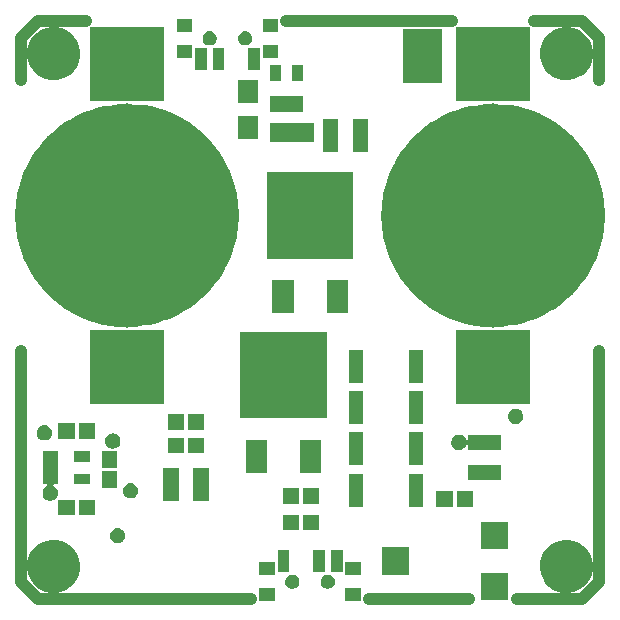
<source format=gts>
G04 #@! TF.FileFunction,Soldermask,Top*
%FSLAX45Y45*%
G04 Gerber Fmt 4.5, Leading zero omitted, Abs format (unit mm)*
G04 Created by KiCad (PCBNEW (2015-08-30 BZR 6134, Git 4e94d52)-product) date 2015-09-02 06:32:25*
%MOMM*%
G01*
G04 APERTURE LIST*
%ADD10C,0.100000*%
%ADD11C,1.000000*%
%ADD12C,9.500000*%
G04 APERTURE END LIST*
D10*
D11*
X10200000Y-10050000D02*
X10600000Y-10050000D01*
X10050000Y-10200000D02*
X10200000Y-10050000D01*
X10050000Y-10550000D02*
X10050000Y-10200000D01*
X10050000Y-14800000D02*
X10050000Y-12850000D01*
X10200000Y-14950000D02*
X10050000Y-14800000D01*
X12000000Y-14950000D02*
X10200000Y-14950000D01*
X13850000Y-14950000D02*
X13000000Y-14950000D01*
X14800000Y-14950000D02*
X14250000Y-14950000D01*
X14950000Y-14800000D02*
X14800000Y-14950000D01*
X14950000Y-12850000D02*
X14950000Y-14800000D01*
X14950000Y-10200000D02*
X14950000Y-10550000D01*
X14800000Y-10050000D02*
X14950000Y-10200000D01*
X14400000Y-10050000D02*
X14800000Y-10050000D01*
X12300000Y-10050000D02*
X13700000Y-10050000D01*
D12*
X14525000Y-11700000D02*
G75*
G03X14525000Y-11700000I-475000J0D01*
G01*
X11425000Y-11700000D02*
G75*
G03X11425000Y-11700000I-475000J0D01*
G01*
D10*
G36*
X12930000Y-14965000D02*
X12800000Y-14965000D01*
X12800000Y-14855000D01*
X12930000Y-14855000D01*
X12930000Y-14965000D01*
X12930000Y-14965000D01*
G37*
G36*
X12200000Y-14965000D02*
X12070000Y-14965000D01*
X12070000Y-14855000D01*
X12200000Y-14855000D01*
X12200000Y-14965000D01*
X12200000Y-14965000D01*
G37*
G36*
X14175000Y-14955000D02*
X13945000Y-14955000D01*
X13945000Y-14725000D01*
X14175000Y-14725000D01*
X14175000Y-14955000D01*
X14175000Y-14955000D01*
G37*
G36*
X10353633Y-14445149D02*
X10396856Y-14454022D01*
X10437534Y-14471121D01*
X10474115Y-14495795D01*
X10505207Y-14527105D01*
X10529625Y-14563857D01*
X10546439Y-14604653D01*
X10555000Y-14647886D01*
X10555000Y-14647887D01*
X10555010Y-14647938D01*
X10554306Y-14698336D01*
X10554295Y-14698386D01*
X10554295Y-14698388D01*
X10544531Y-14741365D01*
X10526583Y-14781675D01*
X10501148Y-14817731D01*
X10469195Y-14848160D01*
X10431938Y-14871804D01*
X10390800Y-14887760D01*
X10347345Y-14895423D01*
X10303230Y-14894499D01*
X10260135Y-14885023D01*
X10219700Y-14867358D01*
X10183467Y-14842175D01*
X10152816Y-14810435D01*
X10128913Y-14773344D01*
X10112669Y-14732319D01*
X10104704Y-14688919D01*
X10105320Y-14644798D01*
X10114494Y-14601637D01*
X10131877Y-14561081D01*
X10156806Y-14524673D01*
X10188332Y-14493800D01*
X10225254Y-14469639D01*
X10266166Y-14453110D01*
X10309509Y-14444841D01*
X10353633Y-14445149D01*
X10353633Y-14445149D01*
G37*
G36*
X14693633Y-14445149D02*
X14736856Y-14454022D01*
X14777534Y-14471121D01*
X14814115Y-14495795D01*
X14845206Y-14527105D01*
X14869625Y-14563857D01*
X14886439Y-14604653D01*
X14895000Y-14647886D01*
X14895000Y-14647887D01*
X14895010Y-14647938D01*
X14894306Y-14698336D01*
X14894294Y-14698386D01*
X14894294Y-14698388D01*
X14884530Y-14741365D01*
X14866583Y-14781675D01*
X14841148Y-14817731D01*
X14809194Y-14848160D01*
X14771938Y-14871804D01*
X14730800Y-14887760D01*
X14687345Y-14895423D01*
X14643230Y-14894499D01*
X14600135Y-14885023D01*
X14559700Y-14867358D01*
X14523467Y-14842175D01*
X14492816Y-14810435D01*
X14468912Y-14773344D01*
X14452669Y-14732319D01*
X14444704Y-14688919D01*
X14445320Y-14644798D01*
X14454494Y-14601637D01*
X14471877Y-14561081D01*
X14496806Y-14524673D01*
X14528332Y-14493800D01*
X14565254Y-14469639D01*
X14606165Y-14453110D01*
X14649509Y-14444841D01*
X14693633Y-14445149D01*
X14693633Y-14445149D01*
G37*
G36*
X12356302Y-14740040D02*
X12367828Y-14742406D01*
X12378676Y-14746965D01*
X12388431Y-14753545D01*
X12396722Y-14761894D01*
X12403233Y-14771695D01*
X12407717Y-14782574D01*
X12409993Y-14794065D01*
X12409993Y-14794066D01*
X12410003Y-14794117D01*
X12409815Y-14807556D01*
X12409803Y-14807606D01*
X12409803Y-14807608D01*
X12407208Y-14819031D01*
X12402422Y-14829780D01*
X12395640Y-14839395D01*
X12387118Y-14847510D01*
X12377184Y-14853815D01*
X12366214Y-14858069D01*
X12354625Y-14860113D01*
X12342861Y-14859866D01*
X12331369Y-14857340D01*
X12320586Y-14852629D01*
X12310925Y-14845914D01*
X12302750Y-14837449D01*
X12296376Y-14827559D01*
X12292045Y-14816619D01*
X12289921Y-14805045D01*
X12290085Y-14793279D01*
X12292531Y-14781770D01*
X12297167Y-14770955D01*
X12303815Y-14761246D01*
X12312222Y-14753013D01*
X12322068Y-14746570D01*
X12332978Y-14742162D01*
X12344535Y-14739957D01*
X12356302Y-14740040D01*
X12356302Y-14740040D01*
G37*
G36*
X12656302Y-14740040D02*
X12667828Y-14742406D01*
X12678676Y-14746965D01*
X12688431Y-14753545D01*
X12696722Y-14761894D01*
X12703233Y-14771695D01*
X12707717Y-14782574D01*
X12709993Y-14794065D01*
X12709993Y-14794066D01*
X12710003Y-14794117D01*
X12709815Y-14807556D01*
X12709803Y-14807606D01*
X12709803Y-14807608D01*
X12707208Y-14819031D01*
X12702422Y-14829780D01*
X12695640Y-14839395D01*
X12687118Y-14847510D01*
X12677184Y-14853815D01*
X12666214Y-14858069D01*
X12654625Y-14860113D01*
X12642861Y-14859866D01*
X12631369Y-14857340D01*
X12620586Y-14852629D01*
X12610925Y-14845914D01*
X12602750Y-14837449D01*
X12596376Y-14827559D01*
X12592045Y-14816619D01*
X12589921Y-14805045D01*
X12590085Y-14793279D01*
X12592531Y-14781770D01*
X12597167Y-14770955D01*
X12603815Y-14761246D01*
X12612222Y-14753013D01*
X12622068Y-14746570D01*
X12632978Y-14742162D01*
X12644535Y-14739957D01*
X12656302Y-14740040D01*
X12656302Y-14740040D01*
G37*
G36*
X12930000Y-14745000D02*
X12800000Y-14745000D01*
X12800000Y-14635000D01*
X12930000Y-14635000D01*
X12930000Y-14745000D01*
X12930000Y-14745000D01*
G37*
G36*
X12200000Y-14745000D02*
X12070000Y-14745000D01*
X12070000Y-14635000D01*
X12200000Y-14635000D01*
X12200000Y-14745000D01*
X12200000Y-14745000D01*
G37*
G36*
X13335000Y-14740000D02*
X13105000Y-14740000D01*
X13105000Y-14510000D01*
X13335000Y-14510000D01*
X13335000Y-14740000D01*
X13335000Y-14740000D01*
G37*
G36*
X12625000Y-14715000D02*
X12525000Y-14715000D01*
X12525000Y-14535000D01*
X12625000Y-14535000D01*
X12625000Y-14715000D01*
X12625000Y-14715000D01*
G37*
G36*
X12775000Y-14715000D02*
X12675000Y-14715000D01*
X12675000Y-14535000D01*
X12775000Y-14535000D01*
X12775000Y-14715000D01*
X12775000Y-14715000D01*
G37*
G36*
X12325000Y-14715000D02*
X12225000Y-14715000D01*
X12225000Y-14535000D01*
X12325000Y-14535000D01*
X12325000Y-14715000D01*
X12325000Y-14715000D01*
G37*
G36*
X14175000Y-14525000D02*
X13945000Y-14525000D01*
X13945000Y-14295000D01*
X14175000Y-14295000D01*
X14175000Y-14525000D01*
X14175000Y-14525000D01*
G37*
G36*
X10876827Y-14345043D02*
X10889314Y-14347606D01*
X10901065Y-14352546D01*
X10911633Y-14359674D01*
X10920616Y-14368719D01*
X10927670Y-14379336D01*
X10932527Y-14391122D01*
X10934993Y-14403574D01*
X10934993Y-14403576D01*
X10935003Y-14403626D01*
X10934800Y-14418186D01*
X10934788Y-14418237D01*
X10934788Y-14418238D01*
X10931976Y-14430616D01*
X10926791Y-14442261D01*
X10919443Y-14452678D01*
X10910212Y-14461469D01*
X10899449Y-14468299D01*
X10887565Y-14472909D01*
X10875011Y-14475122D01*
X10862266Y-14474855D01*
X10849817Y-14472118D01*
X10838135Y-14467015D01*
X10827668Y-14459740D01*
X10818813Y-14450570D01*
X10811908Y-14439855D01*
X10807215Y-14428003D01*
X10804914Y-14415465D01*
X10805092Y-14402719D01*
X10807743Y-14390251D01*
X10812764Y-14378534D01*
X10819966Y-14368017D01*
X10829074Y-14359097D01*
X10839740Y-14352118D01*
X10851559Y-14347343D01*
X10864081Y-14344954D01*
X10876827Y-14345043D01*
X10876827Y-14345043D01*
G37*
G36*
X12410000Y-14365000D02*
X12270000Y-14365000D01*
X12270000Y-14235000D01*
X12410000Y-14235000D01*
X12410000Y-14365000D01*
X12410000Y-14365000D01*
G37*
G36*
X12580000Y-14365000D02*
X12440000Y-14365000D01*
X12440000Y-14235000D01*
X12580000Y-14235000D01*
X12580000Y-14365000D01*
X12580000Y-14365000D01*
G37*
G36*
X10680000Y-14240000D02*
X10540000Y-14240000D01*
X10540000Y-14110000D01*
X10680000Y-14110000D01*
X10680000Y-14240000D01*
X10680000Y-14240000D01*
G37*
G36*
X10510000Y-14240000D02*
X10370000Y-14240000D01*
X10370000Y-14110000D01*
X10510000Y-14110000D01*
X10510000Y-14240000D01*
X10510000Y-14240000D01*
G37*
G36*
X13460000Y-14165000D02*
X13340000Y-14165000D01*
X13340000Y-13885000D01*
X13460000Y-13885000D01*
X13460000Y-14165000D01*
X13460000Y-14165000D01*
G37*
G36*
X12950000Y-14165000D02*
X12830000Y-14165000D01*
X12830000Y-13885000D01*
X12950000Y-13885000D01*
X12950000Y-14165000D01*
X12950000Y-14165000D01*
G37*
G36*
X13880000Y-14165000D02*
X13740000Y-14165000D01*
X13740000Y-14035000D01*
X13880000Y-14035000D01*
X13880000Y-14165000D01*
X13880000Y-14165000D01*
G37*
G36*
X13710000Y-14165000D02*
X13570000Y-14165000D01*
X13570000Y-14035000D01*
X13710000Y-14035000D01*
X13710000Y-14165000D01*
X13710000Y-14165000D01*
G37*
G36*
X12580000Y-14140000D02*
X12440000Y-14140000D01*
X12440000Y-14010000D01*
X12580000Y-14010000D01*
X12580000Y-14140000D01*
X12580000Y-14140000D01*
G37*
G36*
X12410000Y-14140000D02*
X12270000Y-14140000D01*
X12270000Y-14010000D01*
X12410000Y-14010000D01*
X12410000Y-14140000D01*
X12410000Y-14140000D01*
G37*
G36*
X10370000Y-13977500D02*
X10332468Y-13977500D01*
X10330379Y-13977797D01*
X10328455Y-13978664D01*
X10326849Y-13980033D01*
X10325688Y-13981795D01*
X10325063Y-13983811D01*
X10325025Y-13985921D01*
X10325577Y-13987959D01*
X10326674Y-13989761D01*
X10328230Y-13991187D01*
X10329562Y-13991914D01*
X10331065Y-13992546D01*
X10341633Y-13999674D01*
X10350616Y-14008719D01*
X10357670Y-14019336D01*
X10362527Y-14031122D01*
X10364993Y-14043574D01*
X10364993Y-14043576D01*
X10365003Y-14043626D01*
X10364800Y-14058186D01*
X10364788Y-14058237D01*
X10364788Y-14058238D01*
X10361976Y-14070616D01*
X10356791Y-14082261D01*
X10349443Y-14092678D01*
X10340212Y-14101469D01*
X10329449Y-14108299D01*
X10317565Y-14112909D01*
X10305011Y-14115122D01*
X10292266Y-14114855D01*
X10279817Y-14112118D01*
X10268135Y-14107015D01*
X10257668Y-14099740D01*
X10248813Y-14090570D01*
X10241908Y-14079855D01*
X10237215Y-14068003D01*
X10234914Y-14055465D01*
X10235092Y-14042719D01*
X10237743Y-14030251D01*
X10242764Y-14018534D01*
X10249966Y-14008017D01*
X10259074Y-13999097D01*
X10269740Y-13992118D01*
X10270146Y-13991954D01*
X10271972Y-13990896D01*
X10273431Y-13989371D01*
X10274407Y-13987500D01*
X10274824Y-13985431D01*
X10274647Y-13983328D01*
X10273892Y-13981357D01*
X10272618Y-13979675D01*
X10270925Y-13978414D01*
X10268948Y-13977675D01*
X10267336Y-13977500D01*
X10235000Y-13977500D01*
X10235000Y-13697500D01*
X10370000Y-13697500D01*
X10370000Y-13977500D01*
X10370000Y-13977500D01*
G37*
G36*
X11642000Y-14115000D02*
X11512000Y-14115000D01*
X11512000Y-13835000D01*
X11642000Y-13835000D01*
X11642000Y-14115000D01*
X11642000Y-14115000D01*
G37*
G36*
X11388000Y-14115000D02*
X11258000Y-14115000D01*
X11258000Y-13835000D01*
X11388000Y-13835000D01*
X11388000Y-14115000D01*
X11388000Y-14115000D01*
G37*
G36*
X10986827Y-13965043D02*
X10999314Y-13967606D01*
X11011065Y-13972546D01*
X11021633Y-13979674D01*
X11030616Y-13988719D01*
X11037670Y-13999336D01*
X11042527Y-14011122D01*
X11044993Y-14023574D01*
X11044993Y-14023576D01*
X11045003Y-14023626D01*
X11044800Y-14038186D01*
X11044788Y-14038237D01*
X11044788Y-14038238D01*
X11041976Y-14050616D01*
X11036791Y-14062261D01*
X11029443Y-14072678D01*
X11020212Y-14081469D01*
X11009449Y-14088299D01*
X10997565Y-14092909D01*
X10985011Y-14095122D01*
X10972266Y-14094855D01*
X10959817Y-14092118D01*
X10948135Y-14087015D01*
X10937668Y-14079740D01*
X10928813Y-14070570D01*
X10921908Y-14059855D01*
X10917215Y-14048003D01*
X10914914Y-14035465D01*
X10915092Y-14022719D01*
X10917743Y-14010251D01*
X10922764Y-13998534D01*
X10929966Y-13988017D01*
X10939074Y-13979097D01*
X10949740Y-13972118D01*
X10961559Y-13967343D01*
X10974081Y-13964954D01*
X10986827Y-13965043D01*
X10986827Y-13965043D01*
G37*
G36*
X10865000Y-14005000D02*
X10735000Y-14005000D01*
X10735000Y-13865000D01*
X10865000Y-13865000D01*
X10865000Y-14005000D01*
X10865000Y-14005000D01*
G37*
G36*
X10640000Y-13977500D02*
X10505000Y-13977500D01*
X10505000Y-13887500D01*
X10640000Y-13887500D01*
X10640000Y-13977500D01*
X10640000Y-13977500D01*
G37*
G36*
X14115000Y-13942000D02*
X13835000Y-13942000D01*
X13835000Y-13812000D01*
X14115000Y-13812000D01*
X14115000Y-13942000D01*
X14115000Y-13942000D01*
G37*
G36*
X12595000Y-13880000D02*
X12415000Y-13880000D01*
X12415000Y-13600000D01*
X12595000Y-13600000D01*
X12595000Y-13880000D01*
X12595000Y-13880000D01*
G37*
G36*
X12135000Y-13880000D02*
X11955000Y-13880000D01*
X11955000Y-13600000D01*
X12135000Y-13600000D01*
X12135000Y-13880000D01*
X12135000Y-13880000D01*
G37*
G36*
X10865000Y-13835000D02*
X10735000Y-13835000D01*
X10735000Y-13695000D01*
X10865000Y-13695000D01*
X10865000Y-13835000D01*
X10865000Y-13835000D01*
G37*
G36*
X12950000Y-13815000D02*
X12830000Y-13815000D01*
X12830000Y-13535000D01*
X12950000Y-13535000D01*
X12950000Y-13815000D01*
X12950000Y-13815000D01*
G37*
G36*
X13460000Y-13815000D02*
X13340000Y-13815000D01*
X13340000Y-13535000D01*
X13460000Y-13535000D01*
X13460000Y-13815000D01*
X13460000Y-13815000D01*
G37*
G36*
X10640000Y-13787500D02*
X10505000Y-13787500D01*
X10505000Y-13697500D01*
X10640000Y-13697500D01*
X10640000Y-13787500D01*
X10640000Y-13787500D01*
G37*
G36*
X11435000Y-13715000D02*
X11295000Y-13715000D01*
X11295000Y-13585000D01*
X11435000Y-13585000D01*
X11435000Y-13715000D01*
X11435000Y-13715000D01*
G37*
G36*
X11605000Y-13715000D02*
X11465000Y-13715000D01*
X11465000Y-13585000D01*
X11605000Y-13585000D01*
X11605000Y-13715000D01*
X11605000Y-13715000D01*
G37*
G36*
X13766827Y-13555043D02*
X13779314Y-13557606D01*
X13791065Y-13562546D01*
X13801633Y-13569674D01*
X13810616Y-13578719D01*
X13817669Y-13589336D01*
X13820566Y-13596364D01*
X13821637Y-13598182D01*
X13823172Y-13599631D01*
X13825049Y-13600594D01*
X13827121Y-13600996D01*
X13829223Y-13600805D01*
X13831188Y-13600036D01*
X13832862Y-13598750D01*
X13834110Y-13597049D01*
X13834836Y-13595067D01*
X13835000Y-13593506D01*
X13835000Y-13558000D01*
X14115000Y-13558000D01*
X14115000Y-13688000D01*
X13835000Y-13688000D01*
X13835000Y-13646648D01*
X13834703Y-13644559D01*
X13833836Y-13642635D01*
X13832467Y-13641028D01*
X13830705Y-13639867D01*
X13828689Y-13639243D01*
X13826578Y-13639205D01*
X13824541Y-13639756D01*
X13822738Y-13640853D01*
X13821313Y-13642409D01*
X13820648Y-13643598D01*
X13816791Y-13652262D01*
X13809443Y-13662678D01*
X13800212Y-13671469D01*
X13789449Y-13678299D01*
X13777565Y-13682909D01*
X13765011Y-13685122D01*
X13752266Y-13684855D01*
X13739817Y-13682118D01*
X13728135Y-13677015D01*
X13717668Y-13669740D01*
X13708813Y-13660570D01*
X13701908Y-13649855D01*
X13697215Y-13638003D01*
X13694914Y-13625465D01*
X13695092Y-13612719D01*
X13697742Y-13600251D01*
X13702764Y-13588534D01*
X13709966Y-13578017D01*
X13719074Y-13569097D01*
X13729739Y-13562118D01*
X13741559Y-13557343D01*
X13754081Y-13554954D01*
X13766827Y-13555043D01*
X13766827Y-13555043D01*
G37*
G36*
X10836827Y-13545043D02*
X10849314Y-13547606D01*
X10861065Y-13552546D01*
X10871633Y-13559674D01*
X10880616Y-13568719D01*
X10887670Y-13579336D01*
X10892527Y-13591122D01*
X10894993Y-13603574D01*
X10894993Y-13603576D01*
X10895003Y-13603626D01*
X10894800Y-13618186D01*
X10894788Y-13618237D01*
X10894788Y-13618238D01*
X10891976Y-13630616D01*
X10886791Y-13642261D01*
X10879443Y-13652678D01*
X10870212Y-13661469D01*
X10859449Y-13668299D01*
X10847565Y-13672909D01*
X10835011Y-13675122D01*
X10822266Y-13674855D01*
X10809817Y-13672118D01*
X10798135Y-13667015D01*
X10787668Y-13659740D01*
X10778813Y-13650570D01*
X10771908Y-13639855D01*
X10767215Y-13628003D01*
X10764914Y-13615465D01*
X10765092Y-13602719D01*
X10767743Y-13590251D01*
X10772764Y-13578534D01*
X10779966Y-13568017D01*
X10789074Y-13559097D01*
X10799740Y-13552118D01*
X10811559Y-13547343D01*
X10824081Y-13544954D01*
X10836827Y-13545043D01*
X10836827Y-13545043D01*
G37*
G36*
X10256827Y-13475043D02*
X10269314Y-13477606D01*
X10281065Y-13482546D01*
X10291633Y-13489674D01*
X10300616Y-13498719D01*
X10307670Y-13509336D01*
X10312527Y-13521122D01*
X10314993Y-13533574D01*
X10314993Y-13533576D01*
X10315003Y-13533626D01*
X10314800Y-13548186D01*
X10314788Y-13548237D01*
X10314788Y-13548238D01*
X10311976Y-13560616D01*
X10306791Y-13572261D01*
X10299443Y-13582678D01*
X10290212Y-13591469D01*
X10279449Y-13598299D01*
X10267565Y-13602909D01*
X10255011Y-13605122D01*
X10242266Y-13604855D01*
X10229817Y-13602118D01*
X10218135Y-13597015D01*
X10207668Y-13589740D01*
X10198813Y-13580570D01*
X10191908Y-13569855D01*
X10187215Y-13558003D01*
X10184914Y-13545465D01*
X10185092Y-13532719D01*
X10187743Y-13520251D01*
X10192764Y-13508534D01*
X10199966Y-13498017D01*
X10209074Y-13489097D01*
X10219740Y-13482118D01*
X10231559Y-13477343D01*
X10244081Y-13474954D01*
X10256827Y-13475043D01*
X10256827Y-13475043D01*
G37*
G36*
X10510000Y-13590000D02*
X10370000Y-13590000D01*
X10370000Y-13460000D01*
X10510000Y-13460000D01*
X10510000Y-13590000D01*
X10510000Y-13590000D01*
G37*
G36*
X10680000Y-13590000D02*
X10540000Y-13590000D01*
X10540000Y-13460000D01*
X10680000Y-13460000D01*
X10680000Y-13590000D01*
X10680000Y-13590000D01*
G37*
G36*
X11605000Y-13515000D02*
X11465000Y-13515000D01*
X11465000Y-13385000D01*
X11605000Y-13385000D01*
X11605000Y-13515000D01*
X11605000Y-13515000D01*
G37*
G36*
X11435000Y-13515000D02*
X11295000Y-13515000D01*
X11295000Y-13385000D01*
X11435000Y-13385000D01*
X11435000Y-13515000D01*
X11435000Y-13515000D01*
G37*
G36*
X14246827Y-13335043D02*
X14259314Y-13337606D01*
X14271065Y-13342546D01*
X14281633Y-13349674D01*
X14290616Y-13358719D01*
X14297669Y-13369336D01*
X14302527Y-13381122D01*
X14304993Y-13393574D01*
X14304993Y-13393576D01*
X14305003Y-13393626D01*
X14304799Y-13408186D01*
X14304788Y-13408237D01*
X14304788Y-13408238D01*
X14301976Y-13420616D01*
X14296791Y-13432261D01*
X14289443Y-13442678D01*
X14280212Y-13451469D01*
X14269449Y-13458299D01*
X14257565Y-13462909D01*
X14245011Y-13465122D01*
X14232266Y-13464855D01*
X14219817Y-13462118D01*
X14208135Y-13457015D01*
X14197668Y-13449740D01*
X14188813Y-13440570D01*
X14181908Y-13429855D01*
X14177215Y-13418003D01*
X14174914Y-13405465D01*
X14175092Y-13392719D01*
X14177742Y-13380251D01*
X14182764Y-13368534D01*
X14189966Y-13358017D01*
X14199074Y-13349097D01*
X14209739Y-13342118D01*
X14221559Y-13337343D01*
X14234081Y-13334954D01*
X14246827Y-13335043D01*
X14246827Y-13335043D01*
G37*
G36*
X13460000Y-13465000D02*
X13340000Y-13465000D01*
X13340000Y-13185000D01*
X13460000Y-13185000D01*
X13460000Y-13465000D01*
X13460000Y-13465000D01*
G37*
G36*
X12950000Y-13465000D02*
X12830000Y-13465000D01*
X12830000Y-13185000D01*
X12950000Y-13185000D01*
X12950000Y-13465000D01*
X12950000Y-13465000D01*
G37*
G36*
X12640000Y-13415000D02*
X11910000Y-13415000D01*
X11910000Y-12685000D01*
X12640000Y-12685000D01*
X12640000Y-13415000D01*
X12640000Y-13415000D01*
G37*
G36*
X11265000Y-13297000D02*
X10635000Y-13297000D01*
X10635000Y-12667000D01*
X11265000Y-12667000D01*
X11265000Y-13297000D01*
X11265000Y-13297000D01*
G37*
G36*
X14365000Y-13297000D02*
X13735000Y-13297000D01*
X13735000Y-12667000D01*
X14365000Y-12667000D01*
X14365000Y-13297000D01*
X14365000Y-13297000D01*
G37*
G36*
X13460000Y-13115000D02*
X13340000Y-13115000D01*
X13340000Y-12835000D01*
X13460000Y-12835000D01*
X13460000Y-13115000D01*
X13460000Y-13115000D01*
G37*
G36*
X12950000Y-13115000D02*
X12830000Y-13115000D01*
X12830000Y-12835000D01*
X12950000Y-12835000D01*
X12950000Y-13115000D01*
X12950000Y-13115000D01*
G37*
G36*
X12820000Y-12530000D02*
X12640000Y-12530000D01*
X12640000Y-12250000D01*
X12820000Y-12250000D01*
X12820000Y-12530000D01*
X12820000Y-12530000D01*
G37*
G36*
X12360000Y-12530000D02*
X12180000Y-12530000D01*
X12180000Y-12250000D01*
X12360000Y-12250000D01*
X12360000Y-12530000D01*
X12360000Y-12530000D01*
G37*
G36*
X10988338Y-11335243D02*
X11058456Y-11349636D01*
X11124443Y-11377374D01*
X11183786Y-11417401D01*
X11234224Y-11468193D01*
X11273835Y-11527813D01*
X11301113Y-11593993D01*
X11315006Y-11664158D01*
X11315006Y-11664159D01*
X11315016Y-11664210D01*
X11313874Y-11745968D01*
X11313863Y-11746018D01*
X11313863Y-11746020D01*
X11298016Y-11815769D01*
X11268901Y-11881161D01*
X11227640Y-11939653D01*
X11175804Y-11989016D01*
X11115366Y-12027371D01*
X11048631Y-12053256D01*
X10978138Y-12065685D01*
X10906573Y-12064186D01*
X10836663Y-12048816D01*
X10771070Y-12020159D01*
X10712291Y-11979306D01*
X10662568Y-11927816D01*
X10623792Y-11867648D01*
X10597442Y-11801095D01*
X10584520Y-11730690D01*
X10585519Y-11659117D01*
X10600402Y-11589101D01*
X10628600Y-11523309D01*
X10669041Y-11464247D01*
X10720183Y-11414165D01*
X10780078Y-11374970D01*
X10846447Y-11348156D01*
X10916759Y-11334743D01*
X10988338Y-11335243D01*
X10988338Y-11335243D01*
G37*
G36*
X14088337Y-11335243D02*
X14158455Y-11349636D01*
X14224443Y-11377374D01*
X14283785Y-11417401D01*
X14334224Y-11468193D01*
X14373835Y-11527813D01*
X14401113Y-11593993D01*
X14415006Y-11664158D01*
X14415006Y-11664159D01*
X14415016Y-11664210D01*
X14413874Y-11745968D01*
X14413863Y-11746018D01*
X14413863Y-11746020D01*
X14398016Y-11815769D01*
X14368901Y-11881161D01*
X14327640Y-11939653D01*
X14275804Y-11989016D01*
X14215366Y-12027371D01*
X14148631Y-12053256D01*
X14078138Y-12065685D01*
X14006573Y-12064186D01*
X13936663Y-12048816D01*
X13871070Y-12020159D01*
X13812291Y-11979306D01*
X13762568Y-11927816D01*
X13723792Y-11867648D01*
X13697441Y-11801095D01*
X13684520Y-11730690D01*
X13685519Y-11659117D01*
X13700402Y-11589101D01*
X13728600Y-11523309D01*
X13769041Y-11464247D01*
X13820183Y-11414165D01*
X13880078Y-11374970D01*
X13946447Y-11348156D01*
X14016759Y-11334743D01*
X14088337Y-11335243D01*
X14088337Y-11335243D01*
G37*
G36*
X12865000Y-12065000D02*
X12135000Y-12065000D01*
X12135000Y-11335000D01*
X12865000Y-11335000D01*
X12865000Y-12065000D01*
X12865000Y-12065000D01*
G37*
G36*
X12992000Y-11165000D02*
X12862000Y-11165000D01*
X12862000Y-10885000D01*
X12992000Y-10885000D01*
X12992000Y-11165000D01*
X12992000Y-11165000D01*
G37*
G36*
X12738000Y-11165000D02*
X12608000Y-11165000D01*
X12608000Y-10885000D01*
X12738000Y-10885000D01*
X12738000Y-11165000D01*
X12738000Y-11165000D01*
G37*
G36*
X12535000Y-11080000D02*
X12165000Y-11080000D01*
X12165000Y-10920000D01*
X12535000Y-10920000D01*
X12535000Y-11080000D01*
X12535000Y-11080000D01*
G37*
G36*
X12060000Y-11050000D02*
X11890000Y-11050000D01*
X11890000Y-10855000D01*
X12060000Y-10855000D01*
X12060000Y-11050000D01*
X12060000Y-11050000D01*
G37*
G36*
X12440000Y-10827500D02*
X12160000Y-10827500D01*
X12160000Y-10692500D01*
X12440000Y-10692500D01*
X12440000Y-10827500D01*
X12440000Y-10827500D01*
G37*
G36*
X12060000Y-10745000D02*
X11890000Y-10745000D01*
X11890000Y-10550000D01*
X12060000Y-10550000D01*
X12060000Y-10745000D01*
X12060000Y-10745000D01*
G37*
G36*
X14365000Y-10733000D02*
X13735000Y-10733000D01*
X13735000Y-10103000D01*
X14365000Y-10103000D01*
X14365000Y-10733000D01*
X14365000Y-10733000D01*
G37*
G36*
X11265000Y-10733000D02*
X10635000Y-10733000D01*
X10635000Y-10103000D01*
X11265000Y-10103000D01*
X11265000Y-10733000D01*
X11265000Y-10733000D01*
G37*
G36*
X13615000Y-10580000D02*
X13285000Y-10580000D01*
X13285000Y-10120000D01*
X13615000Y-10120000D01*
X13615000Y-10580000D01*
X13615000Y-10580000D01*
G37*
G36*
X12440000Y-10557500D02*
X12350000Y-10557500D01*
X12350000Y-10422500D01*
X12440000Y-10422500D01*
X12440000Y-10557500D01*
X12440000Y-10557500D01*
G37*
G36*
X12250000Y-10557500D02*
X12160000Y-10557500D01*
X12160000Y-10422500D01*
X12250000Y-10422500D01*
X12250000Y-10557500D01*
X12250000Y-10557500D01*
G37*
G36*
X10353633Y-10105150D02*
X10396856Y-10114022D01*
X10437534Y-10131121D01*
X10474115Y-10155795D01*
X10505207Y-10187105D01*
X10529625Y-10223858D01*
X10546439Y-10264653D01*
X10555000Y-10307886D01*
X10555000Y-10307887D01*
X10555010Y-10307938D01*
X10554306Y-10358336D01*
X10554295Y-10358387D01*
X10554295Y-10358388D01*
X10544531Y-10401365D01*
X10526583Y-10441675D01*
X10501148Y-10477731D01*
X10469195Y-10508160D01*
X10431938Y-10531804D01*
X10390800Y-10547761D01*
X10347345Y-10555423D01*
X10303230Y-10554499D01*
X10260135Y-10545024D01*
X10219700Y-10527358D01*
X10183467Y-10502176D01*
X10152816Y-10470435D01*
X10128913Y-10433345D01*
X10112669Y-10392319D01*
X10104704Y-10348919D01*
X10105320Y-10304798D01*
X10114494Y-10261638D01*
X10131877Y-10221081D01*
X10156806Y-10184673D01*
X10188332Y-10153800D01*
X10225254Y-10129639D01*
X10266166Y-10113110D01*
X10309509Y-10104841D01*
X10353633Y-10105150D01*
X10353633Y-10105150D01*
G37*
G36*
X14693633Y-10105150D02*
X14736856Y-10114022D01*
X14777534Y-10131121D01*
X14814115Y-10155795D01*
X14845206Y-10187105D01*
X14869625Y-10223858D01*
X14886439Y-10264653D01*
X14895000Y-10307886D01*
X14895000Y-10307887D01*
X14895010Y-10307938D01*
X14894306Y-10358336D01*
X14894294Y-10358387D01*
X14894294Y-10358388D01*
X14884530Y-10401365D01*
X14866583Y-10441675D01*
X14841148Y-10477731D01*
X14809194Y-10508160D01*
X14771938Y-10531804D01*
X14730800Y-10547761D01*
X14687345Y-10555423D01*
X14643230Y-10554499D01*
X14600135Y-10545024D01*
X14559700Y-10527358D01*
X14523467Y-10502176D01*
X14492816Y-10470435D01*
X14468912Y-10433345D01*
X14452669Y-10392319D01*
X14444704Y-10348919D01*
X14445320Y-10304798D01*
X14454494Y-10261638D01*
X14471877Y-10221081D01*
X14496806Y-10184673D01*
X14528332Y-10153800D01*
X14565254Y-10129639D01*
X14606165Y-10113110D01*
X14649509Y-10104841D01*
X14693633Y-10105150D01*
X14693633Y-10105150D01*
G37*
G36*
X12075000Y-10465000D02*
X11975000Y-10465000D01*
X11975000Y-10285000D01*
X12075000Y-10285000D01*
X12075000Y-10465000D01*
X12075000Y-10465000D01*
G37*
G36*
X11775000Y-10465000D02*
X11675000Y-10465000D01*
X11675000Y-10285000D01*
X11775000Y-10285000D01*
X11775000Y-10465000D01*
X11775000Y-10465000D01*
G37*
G36*
X11625000Y-10465000D02*
X11525000Y-10465000D01*
X11525000Y-10285000D01*
X11625000Y-10285000D01*
X11625000Y-10465000D01*
X11625000Y-10465000D01*
G37*
G36*
X11500000Y-10365000D02*
X11370000Y-10365000D01*
X11370000Y-10255000D01*
X11500000Y-10255000D01*
X11500000Y-10365000D01*
X11500000Y-10365000D01*
G37*
G36*
X12230000Y-10365000D02*
X12100000Y-10365000D01*
X12100000Y-10255000D01*
X12230000Y-10255000D01*
X12230000Y-10365000D01*
X12230000Y-10365000D01*
G37*
G36*
X11956302Y-10140040D02*
X11967828Y-10142406D01*
X11978676Y-10146965D01*
X11988431Y-10153546D01*
X11996722Y-10161894D01*
X12003233Y-10171695D01*
X12007717Y-10182574D01*
X12009993Y-10194065D01*
X12009993Y-10194066D01*
X12010003Y-10194117D01*
X12009815Y-10207556D01*
X12009803Y-10207607D01*
X12009803Y-10207608D01*
X12007208Y-10219031D01*
X12002422Y-10229780D01*
X11995640Y-10239395D01*
X11987118Y-10247510D01*
X11977184Y-10253815D01*
X11966214Y-10258070D01*
X11954625Y-10260113D01*
X11942861Y-10259867D01*
X11931369Y-10257340D01*
X11920586Y-10252629D01*
X11910925Y-10245914D01*
X11902750Y-10237449D01*
X11896376Y-10227559D01*
X11892045Y-10216619D01*
X11889921Y-10205045D01*
X11890085Y-10193279D01*
X11892531Y-10181770D01*
X11897167Y-10170955D01*
X11903815Y-10161246D01*
X11912222Y-10153013D01*
X11922068Y-10146570D01*
X11932978Y-10142162D01*
X11944535Y-10139957D01*
X11956302Y-10140040D01*
X11956302Y-10140040D01*
G37*
G36*
X11656302Y-10140040D02*
X11667828Y-10142406D01*
X11678676Y-10146965D01*
X11688431Y-10153546D01*
X11696722Y-10161894D01*
X11703233Y-10171695D01*
X11707717Y-10182574D01*
X11709993Y-10194065D01*
X11709993Y-10194066D01*
X11710003Y-10194117D01*
X11709815Y-10207556D01*
X11709803Y-10207607D01*
X11709803Y-10207608D01*
X11707208Y-10219031D01*
X11702422Y-10229780D01*
X11695640Y-10239395D01*
X11687118Y-10247510D01*
X11677184Y-10253815D01*
X11666214Y-10258070D01*
X11654625Y-10260113D01*
X11642861Y-10259867D01*
X11631369Y-10257340D01*
X11620586Y-10252629D01*
X11610925Y-10245914D01*
X11602750Y-10237449D01*
X11596376Y-10227559D01*
X11592045Y-10216619D01*
X11589921Y-10205045D01*
X11590085Y-10193279D01*
X11592531Y-10181770D01*
X11597167Y-10170955D01*
X11603815Y-10161246D01*
X11612222Y-10153013D01*
X11622068Y-10146570D01*
X11632978Y-10142162D01*
X11644535Y-10139957D01*
X11656302Y-10140040D01*
X11656302Y-10140040D01*
G37*
G36*
X11500000Y-10145000D02*
X11370000Y-10145000D01*
X11370000Y-10035000D01*
X11500000Y-10035000D01*
X11500000Y-10145000D01*
X11500000Y-10145000D01*
G37*
G36*
X12230000Y-10145000D02*
X12100000Y-10145000D01*
X12100000Y-10035000D01*
X12230000Y-10035000D01*
X12230000Y-10145000D01*
X12230000Y-10145000D01*
G37*
M02*

</source>
